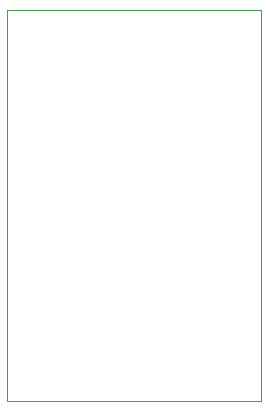
<source format=gbr>
%TF.GenerationSoftware,KiCad,Pcbnew,7.0.2-0*%
%TF.CreationDate,2023-11-12T18:23:23-05:00*%
%TF.ProjectId,Audio Module,41756469-6f20-44d6-9f64-756c652e6b69,rev?*%
%TF.SameCoordinates,Original*%
%TF.FileFunction,Profile,NP*%
%FSLAX46Y46*%
G04 Gerber Fmt 4.6, Leading zero omitted, Abs format (unit mm)*
G04 Created by KiCad (PCBNEW 7.0.2-0) date 2023-11-12 18:23:23*
%MOMM*%
%LPD*%
G01*
G04 APERTURE LIST*
%TA.AperFunction,Profile*%
%ADD10C,0.100000*%
%TD*%
G04 APERTURE END LIST*
D10*
X99115234Y-72855701D02*
X120652884Y-72855701D01*
X120652884Y-105940581D01*
X99115234Y-105940581D01*
X99115234Y-72855701D01*
M02*

</source>
